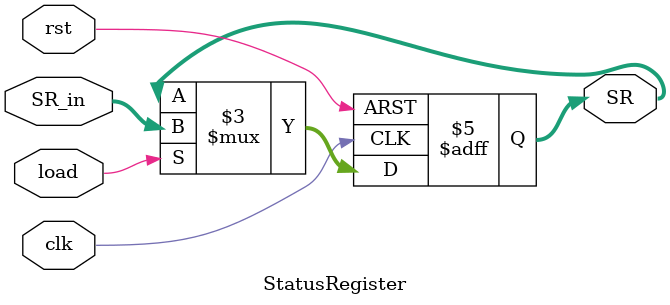
<source format=v>
`include "defines.v"

module StatusRegister(clk, rst, load, SR_in, SR);
    input clk, rst, load;
    input [3:0]SR_in;

    output reg [3:0]SR;

    always @(negedge clk or posedge rst) begin
        if(rst) begin
            SR <= 0;
        end  
        else if(load) begin
            SR <= SR_in;
        end
        else begin
            SR <= SR;
        end    
    end
endmodule


</source>
